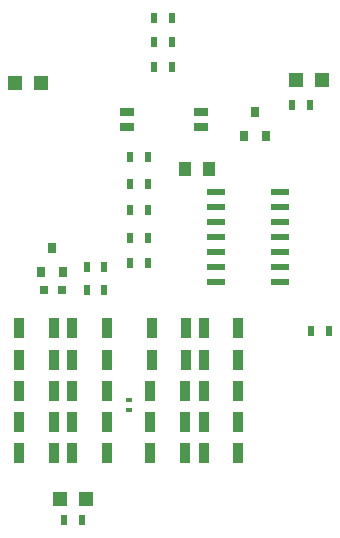
<source format=gbr>
G04 #@! TF.GenerationSoftware,KiCad,Pcbnew,(5.1.5)-3*
G04 #@! TF.CreationDate,2020-04-29T16:36:19+01:00*
G04 #@! TF.ProjectId,v4,76342e6b-6963-4616-945f-706362585858,rev?*
G04 #@! TF.SameCoordinates,Original*
G04 #@! TF.FileFunction,Paste,Top*
G04 #@! TF.FilePolarity,Positive*
%FSLAX46Y46*%
G04 Gerber Fmt 4.6, Leading zero omitted, Abs format (unit mm)*
G04 Created by KiCad (PCBNEW (5.1.5)-3) date 2020-04-29 16:36:19*
%MOMM*%
%LPD*%
G04 APERTURE LIST*
%ADD10R,0.600000X0.400000*%
%ADD11R,0.800000X0.900000*%
%ADD12R,0.900000X1.700000*%
%ADD13R,1.200000X1.200000*%
%ADD14R,1.000000X1.250000*%
%ADD15R,1.300000X0.800000*%
%ADD16R,0.500000X0.900000*%
%ADD17R,0.800000X0.750000*%
%ADD18R,1.500000X0.600000*%
G04 APERTURE END LIST*
D10*
X114017600Y-83037600D03*
X114017600Y-82137600D03*
D11*
X123767600Y-59787600D03*
X125667600Y-59787600D03*
X124717600Y-57787600D03*
D12*
X107667600Y-76087600D03*
X104767600Y-76087600D03*
X112167600Y-76087600D03*
X109267600Y-76087600D03*
X118867600Y-76087600D03*
X115967600Y-76087600D03*
X123267600Y-76087600D03*
X120367600Y-76087600D03*
X107667600Y-84037600D03*
X104767600Y-84037600D03*
X107667600Y-86687600D03*
X104767600Y-86687600D03*
X112167600Y-84037600D03*
X109267600Y-84037600D03*
X112167600Y-86687600D03*
X109267600Y-86687600D03*
X118767600Y-84037600D03*
X115867600Y-84037600D03*
X118767600Y-86687600D03*
X115867600Y-86687600D03*
X123267600Y-84037600D03*
X120367600Y-84037600D03*
X123267600Y-86687600D03*
X120367600Y-86687600D03*
X107667600Y-78737600D03*
X104767600Y-78737600D03*
X107667600Y-81387600D03*
X104767600Y-81387600D03*
X112167600Y-78737600D03*
X109267600Y-78737600D03*
X112167600Y-81387600D03*
X109267600Y-81387600D03*
X118867600Y-78737600D03*
X115967600Y-78737600D03*
X118767600Y-81387600D03*
X115867600Y-81387600D03*
X123267600Y-78737600D03*
X120367600Y-78737600D03*
X123267600Y-81387600D03*
X120367600Y-81387600D03*
D13*
X110442600Y-90512600D03*
X108242600Y-90512600D03*
D14*
X118817600Y-62587600D03*
X120817600Y-62587600D03*
D13*
X106617600Y-55287600D03*
X104417600Y-55287600D03*
D15*
X113867600Y-57747600D03*
X113867600Y-59027600D03*
X120167600Y-59027600D03*
X120167600Y-57747600D03*
D13*
X130417600Y-55087600D03*
X128217600Y-55087600D03*
D16*
X110092600Y-92312600D03*
X108592600Y-92312600D03*
X130967600Y-76287600D03*
X129467600Y-76287600D03*
X114167600Y-68487600D03*
X115667600Y-68487600D03*
X129367600Y-57187600D03*
X127867600Y-57187600D03*
X116167600Y-51887600D03*
X117667600Y-51887600D03*
X116167600Y-49787600D03*
X117667600Y-49787600D03*
X110467600Y-70887600D03*
X111967600Y-70887600D03*
X110467600Y-72887600D03*
X111967600Y-72887600D03*
X116167600Y-53987600D03*
X117667600Y-53987600D03*
X114167600Y-63837600D03*
X115667600Y-63837600D03*
X114167600Y-66087600D03*
X115667600Y-66087600D03*
X114167600Y-70587600D03*
X115667600Y-70587600D03*
X114167600Y-61587600D03*
X115667600Y-61587600D03*
D17*
X108367600Y-72887600D03*
X106867600Y-72887600D03*
D18*
X121417600Y-64577600D03*
X121417600Y-65847600D03*
X121417600Y-67117600D03*
X121417600Y-68387600D03*
X121417600Y-69657600D03*
X121417600Y-70927600D03*
X121417600Y-72197600D03*
X126817600Y-72197600D03*
X126817600Y-70927600D03*
X126817600Y-69657600D03*
X126817600Y-68387600D03*
X126817600Y-67117600D03*
X126817600Y-65847600D03*
X126817600Y-64577600D03*
D11*
X106567600Y-71287600D03*
X108467600Y-71287600D03*
X107517600Y-69287600D03*
M02*

</source>
